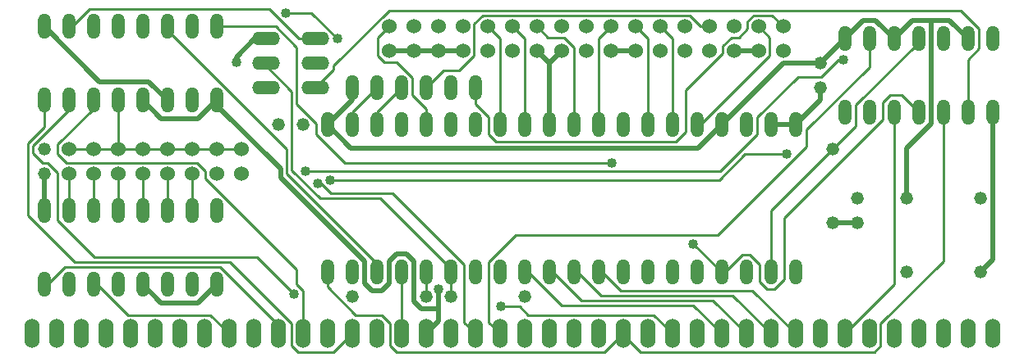
<source format=gbr>
G04 #@! TF.GenerationSoftware,KiCad,Pcbnew,5.1.2*
G04 #@! TF.CreationDate,2020-10-20T15:01:19+02:00*
G04 #@! TF.ProjectId,RC2014 Floppy WD37C65,52433230-3134-4204-966c-6f7070792057,rev?*
G04 #@! TF.SameCoordinates,Original*
G04 #@! TF.FileFunction,Copper,L1,Top*
G04 #@! TF.FilePolarity,Positive*
%FSLAX46Y46*%
G04 Gerber Fmt 4.6, Leading zero omitted, Abs format (unit mm)*
G04 Created by KiCad (PCBNEW 5.1.2) date 2020-10-20 15:01:19*
%MOMM*%
%LPD*%
G04 APERTURE LIST*
%ADD10O,1.524000X3.048000*%
%ADD11C,1.524000*%
%ADD12C,1.320800*%
%ADD13O,1.320800X2.641600*%
%ADD14O,2.844800X1.422400*%
%ADD15C,1.016000*%
%ADD16C,0.508000*%
%ADD17C,0.254000*%
G04 APERTURE END LIST*
D10*
X149301100Y-120873600D03*
X151841100Y-120873600D03*
X154381100Y-120873600D03*
X156921100Y-120873600D03*
X159461100Y-120873600D03*
X162001100Y-120873600D03*
X164541100Y-120873600D03*
X167081100Y-120873600D03*
X169621100Y-120873600D03*
X172161100Y-120873600D03*
X174701100Y-120873600D03*
X177241100Y-120873600D03*
X179781100Y-120873600D03*
X182321100Y-120873600D03*
X184861100Y-120873600D03*
X187401100Y-120873600D03*
X189941100Y-120873600D03*
X192481100Y-120873600D03*
X195021100Y-120873600D03*
X197561100Y-120873600D03*
X103581100Y-120873600D03*
X98501100Y-120873600D03*
X101041100Y-120873600D03*
X106121100Y-120873600D03*
X108661100Y-120873600D03*
X111201100Y-120873600D03*
X113741100Y-120873600D03*
X116281100Y-120873600D03*
X118821100Y-120873600D03*
X121361100Y-120873600D03*
X123901100Y-120873600D03*
X126441100Y-120873600D03*
X128981100Y-120873600D03*
X131521100Y-120873600D03*
X134061100Y-120873600D03*
X136601100Y-120873600D03*
X139141100Y-120873600D03*
X141681100Y-120873600D03*
X144221100Y-120873600D03*
X146761100Y-120873600D03*
D11*
X102311100Y-104363600D03*
X104851100Y-104363600D03*
X102311100Y-101823600D03*
X104851100Y-101823600D03*
X107391100Y-104363600D03*
X109931100Y-104363600D03*
X112471100Y-104363600D03*
X115011100Y-104363600D03*
X117551100Y-104363600D03*
X120091100Y-104363600D03*
X107391100Y-101823600D03*
X109931100Y-101823600D03*
X112471100Y-101823600D03*
X115011100Y-101823600D03*
X117551100Y-101823600D03*
X120091100Y-101823600D03*
D12*
X179781100Y-95473600D03*
X179781100Y-92933600D03*
X99771100Y-101823600D03*
X99771100Y-104363600D03*
D13*
X99771100Y-108173600D03*
X102311100Y-108173600D03*
X104851100Y-108173600D03*
X107391100Y-108173600D03*
X109931100Y-108173600D03*
X112471100Y-108173600D03*
X115011100Y-108173600D03*
X117551100Y-108173600D03*
X109931100Y-115793600D03*
X112471100Y-115793600D03*
X107391100Y-115793600D03*
X104851100Y-115793600D03*
X117551100Y-115793600D03*
X115011100Y-115793600D03*
X102311100Y-115793600D03*
X99771100Y-115793600D03*
D11*
X175971100Y-89123600D03*
X173431100Y-89123600D03*
X170891100Y-89123600D03*
X175971100Y-91663600D03*
X173431100Y-91663600D03*
X170891100Y-91663600D03*
X168351100Y-89123600D03*
X168351100Y-91663600D03*
X165811100Y-89123600D03*
X163271100Y-89123600D03*
X160731100Y-89123600D03*
X158191100Y-89123600D03*
X155651100Y-89123600D03*
X153111100Y-89123600D03*
X165811100Y-91663600D03*
X163271100Y-91663600D03*
X160731100Y-91663600D03*
X158191100Y-91663600D03*
X155651100Y-91663600D03*
X153111100Y-91663600D03*
X150571100Y-89123600D03*
X150571100Y-91663600D03*
X148031100Y-89123600D03*
X145491100Y-89123600D03*
X142951100Y-89123600D03*
X140411100Y-89123600D03*
X137871100Y-89123600D03*
X135331100Y-89123600D03*
X148031100Y-91663600D03*
X145491100Y-91663600D03*
X142951100Y-91663600D03*
X140411100Y-91663600D03*
X137871100Y-91663600D03*
X135331100Y-91663600D03*
D12*
X188671100Y-106903600D03*
X196291100Y-106903600D03*
X196291100Y-114523600D03*
X188671100Y-114523600D03*
X123901100Y-99283600D03*
X126441100Y-99283600D03*
X183591100Y-109443600D03*
X183591100Y-106903600D03*
D13*
X128981100Y-99283600D03*
X131521100Y-99283600D03*
X134061100Y-99283600D03*
X136601100Y-99283600D03*
X139141100Y-99283600D03*
X141681100Y-99283600D03*
X144221100Y-99283600D03*
X146761100Y-99283600D03*
X149301100Y-99283600D03*
X151841100Y-99283600D03*
X154381100Y-99283600D03*
X156921100Y-99283600D03*
X159461100Y-99283600D03*
X162001100Y-99283600D03*
X164541100Y-99283600D03*
X167081100Y-99283600D03*
X169621100Y-99283600D03*
X172161100Y-99283600D03*
X174701100Y-99283600D03*
X177241100Y-99283600D03*
X177241100Y-114523600D03*
X174701100Y-114523600D03*
X172161100Y-114523600D03*
X169621100Y-114523600D03*
X167081100Y-114523600D03*
X164541100Y-114523600D03*
X162001100Y-114523600D03*
X159461100Y-114523600D03*
X156921100Y-114523600D03*
X154381100Y-114523600D03*
X151841100Y-114523600D03*
X149301100Y-114523600D03*
X139141100Y-114523600D03*
X141681100Y-114523600D03*
X136601100Y-114523600D03*
X134061100Y-114523600D03*
X146761100Y-114523600D03*
X144221100Y-114523600D03*
X131521100Y-114523600D03*
X128981100Y-114523600D03*
X99771100Y-89123600D03*
X102311100Y-89123600D03*
X104851100Y-89123600D03*
X107391100Y-89123600D03*
X109931100Y-89123600D03*
X112471100Y-89123600D03*
X115011100Y-89123600D03*
X117551100Y-89123600D03*
X109931100Y-96743600D03*
X112471100Y-96743600D03*
X107391100Y-96743600D03*
X104851100Y-96743600D03*
X117551100Y-96743600D03*
X115011100Y-96743600D03*
X102311100Y-96743600D03*
X99771100Y-96743600D03*
X182321100Y-90393600D03*
X184861100Y-90393600D03*
X187401100Y-90393600D03*
X189941100Y-90393600D03*
X192481100Y-90393600D03*
X195021100Y-90393600D03*
X192481100Y-98013600D03*
X195021100Y-98013600D03*
X189941100Y-98013600D03*
X187401100Y-98013600D03*
X197561100Y-90393600D03*
X197561100Y-98013600D03*
X184861100Y-98013600D03*
X182321100Y-98013600D03*
D12*
X131521100Y-117063600D03*
X139141100Y-117063600D03*
D14*
X127711100Y-90393600D03*
X127711100Y-92933600D03*
X127711100Y-95473600D03*
X122631100Y-90393600D03*
X122631100Y-92933600D03*
X122631100Y-95473600D03*
D12*
X141681100Y-117063600D03*
X149301100Y-117063600D03*
X181051100Y-101823600D03*
X181051100Y-109443600D03*
D13*
X144221100Y-95473600D03*
X141681100Y-95473600D03*
X139141100Y-95473600D03*
X136601100Y-95473600D03*
X134061100Y-95473600D03*
X131521100Y-95473600D03*
D15*
X140411100Y-116301600D03*
X127965100Y-105379600D03*
X119583100Y-92806600D03*
X125552100Y-116809600D03*
X146888100Y-118079600D03*
X129997100Y-90393600D03*
X124663100Y-87726600D03*
X158318100Y-103220600D03*
X166700100Y-111602600D03*
X176352100Y-102331600D03*
X129235100Y-104998600D03*
X182194100Y-92552600D03*
X126695100Y-104109600D03*
D16*
X137871100Y-91663600D02*
X135331100Y-91663600D01*
X137871100Y-91663600D02*
X140411100Y-91663600D01*
X140411100Y-91663600D02*
X142951100Y-91663600D01*
X177241100Y-99283600D02*
X174701100Y-99283600D01*
X179781100Y-96743600D02*
X179781100Y-95473600D01*
X177241100Y-99283600D02*
X179781100Y-96743600D01*
X151841100Y-92933600D02*
X151841100Y-99283600D01*
X150571100Y-91663600D02*
X151841100Y-92933600D01*
X151841100Y-92933600D02*
X153111100Y-91663600D01*
X158191100Y-91663600D02*
X160731100Y-91663600D01*
X170891100Y-91663600D02*
X173431100Y-91663600D01*
X111836100Y-117698600D02*
X109931100Y-115793600D01*
X115646100Y-117698600D02*
X111836100Y-117698600D01*
X117551100Y-115793600D02*
X115646100Y-117698600D01*
X115646100Y-98648600D02*
X117551100Y-96743600D01*
X111836100Y-98648600D02*
X115646100Y-98648600D01*
X109931100Y-96743600D02*
X111836100Y-98648600D01*
X140411100Y-119603600D02*
X140411100Y-118333600D01*
X140411100Y-118333600D02*
X140411100Y-116301600D01*
X139141100Y-120873600D02*
X140411100Y-119603600D01*
X183591100Y-109443600D02*
X181051100Y-109443600D01*
X197561100Y-113253600D02*
X197561100Y-98013600D01*
X196291100Y-114523600D02*
X197561100Y-113253600D01*
X124155100Y-103855600D02*
X117424100Y-97124600D01*
X124155100Y-104744600D02*
X124155100Y-103855600D01*
X132791100Y-113380600D02*
X124155100Y-104744600D01*
X132791100Y-115666600D02*
X132791100Y-113380600D01*
X133553100Y-116428600D02*
X132791100Y-115666600D01*
X134569100Y-116428600D02*
X133553100Y-116428600D01*
X135331100Y-115666600D02*
X134569100Y-116428600D01*
X135331100Y-113380600D02*
X135331100Y-115666600D01*
X136093100Y-112618600D02*
X135331100Y-113380600D01*
X137109100Y-112618600D02*
X136093100Y-112618600D01*
X137871100Y-113380600D02*
X137109100Y-112618600D01*
X137871100Y-117571600D02*
X137871100Y-113380600D01*
X138633100Y-118333600D02*
X137871100Y-117571600D01*
X140411100Y-118333600D02*
X138633100Y-118333600D01*
X117424100Y-97124600D02*
X117551100Y-96743600D01*
D17*
X128346100Y-105379600D02*
X127965100Y-105379600D01*
X129362100Y-106395600D02*
X128346100Y-105379600D01*
X135712100Y-106395600D02*
X129362100Y-106395600D01*
X143078100Y-113761600D02*
X135712100Y-106395600D01*
X143078100Y-119730600D02*
X143078100Y-113761600D01*
X144221100Y-120873600D02*
X143078100Y-119730600D01*
X100152100Y-115793600D02*
X99771100Y-115793600D01*
X101930100Y-114015600D02*
X100152100Y-115793600D01*
X117932100Y-114015600D02*
X101930100Y-114015600D01*
X123901100Y-119984600D02*
X117932100Y-114015600D01*
X123901100Y-120873600D02*
X123901100Y-119984600D01*
X105232100Y-115793600D02*
X104851100Y-115793600D01*
X108407100Y-118968600D02*
X105232100Y-115793600D01*
X116916100Y-118968600D02*
X108407100Y-118968600D01*
X118821100Y-120873600D02*
X116916100Y-118968600D01*
X136601100Y-120873600D02*
X136601100Y-114523600D01*
X102311100Y-104363600D02*
X102311100Y-108173600D01*
X104851100Y-104363600D02*
X104851100Y-108173600D01*
X107391100Y-104363600D02*
X107391100Y-108173600D01*
X109931100Y-104363600D02*
X109931100Y-108173600D01*
X112471100Y-104363600D02*
X112471100Y-108173600D01*
X115011100Y-104363600D02*
X115011100Y-108173600D01*
D16*
X175971100Y-92933600D02*
X169621100Y-99283600D01*
X179781100Y-92933600D02*
X175971100Y-92933600D01*
X179781100Y-92933600D02*
X182321100Y-90393600D01*
X185496100Y-88488600D02*
X187401100Y-90393600D01*
X184226100Y-88488600D02*
X185496100Y-88488600D01*
X182321100Y-90393600D02*
X184226100Y-88488600D01*
X193116100Y-88488600D02*
X195021100Y-90393600D01*
X189306100Y-88488600D02*
X191211100Y-88488600D01*
X191211100Y-88488600D02*
X193116100Y-88488600D01*
X187401100Y-90393600D02*
X189306100Y-88488600D01*
X188671100Y-101696600D02*
X188671100Y-106903600D01*
X191211100Y-99156600D02*
X188671100Y-101696600D01*
X191211100Y-88488600D02*
X191211100Y-99156600D01*
X131521100Y-96743600D02*
X131521100Y-95473600D01*
X128981100Y-99283600D02*
X131521100Y-96743600D01*
X99771100Y-104363600D02*
X99771100Y-108173600D01*
X105486100Y-94838600D02*
X99771100Y-89123600D01*
X110566100Y-94838600D02*
X105486100Y-94838600D01*
X112471100Y-96743600D02*
X110566100Y-94838600D01*
X119583100Y-92298600D02*
X119583100Y-92806600D01*
X121488100Y-90393600D02*
X119583100Y-92298600D01*
X122631100Y-90393600D02*
X121488100Y-90393600D01*
X167208100Y-101696600D02*
X169621100Y-99283600D01*
X131394100Y-101696600D02*
X167208100Y-101696600D01*
X128981100Y-99283600D02*
X131394100Y-101696600D01*
D17*
X104851100Y-97632600D02*
X104851100Y-96743600D01*
X101168100Y-101315600D02*
X104851100Y-97632600D01*
X101168100Y-102331600D02*
X101168100Y-101315600D01*
X102057100Y-103220600D02*
X101168100Y-102331600D01*
X115519100Y-103220600D02*
X102057100Y-103220600D01*
X116408100Y-104109600D02*
X115519100Y-103220600D01*
X116408100Y-104871600D02*
X116408100Y-104109600D01*
X125806100Y-114269600D02*
X116408100Y-104871600D01*
X125806100Y-115793600D02*
X125806100Y-114269600D01*
X126441100Y-116428600D02*
X125806100Y-115793600D01*
X126441100Y-120873600D02*
X126441100Y-116428600D01*
X128981100Y-116047600D02*
X128981100Y-114523600D01*
X131902100Y-118968600D02*
X128981100Y-116047600D01*
X134569100Y-118968600D02*
X131902100Y-118968600D01*
X135458100Y-119857600D02*
X134569100Y-118968600D01*
X135458100Y-122143600D02*
X135458100Y-119857600D01*
X136093100Y-122778600D02*
X135458100Y-122143600D01*
X157556100Y-122778600D02*
X136093100Y-122778600D01*
X159461100Y-120873600D02*
X157556100Y-122778600D01*
X192481100Y-113380600D02*
X192481100Y-98013600D01*
X186004100Y-119857600D02*
X192481100Y-113380600D01*
X186004100Y-122143600D02*
X186004100Y-119857600D01*
X185369100Y-122778600D02*
X186004100Y-122143600D01*
X161239100Y-122778600D02*
X185369100Y-122778600D01*
X159461100Y-121000600D02*
X161239100Y-122778600D01*
X159461100Y-121000600D02*
X159461100Y-120873600D01*
X104851100Y-101823600D02*
X102311100Y-101823600D01*
X107391100Y-101823600D02*
X107391100Y-96743600D01*
X107391100Y-101823600D02*
X109931100Y-101823600D01*
X109931100Y-101823600D02*
X112471100Y-101823600D01*
X112471100Y-101823600D02*
X115011100Y-101823600D01*
X115011100Y-101823600D02*
X117551100Y-101823600D01*
X117551100Y-101823600D02*
X120091100Y-101823600D01*
X107391100Y-101823600D02*
X104851100Y-101823600D01*
X102311100Y-97759600D02*
X102311100Y-96743600D01*
X98628100Y-101442600D02*
X102311100Y-97759600D01*
X98628100Y-102204600D02*
X98628100Y-101442600D01*
X99644100Y-103220600D02*
X98628100Y-102204600D01*
X100152100Y-103220600D02*
X99644100Y-103220600D01*
X101168100Y-104236600D02*
X100152100Y-103220600D01*
X101168100Y-109189600D02*
X101168100Y-104236600D01*
X104978100Y-112999600D02*
X101168100Y-109189600D01*
X121742100Y-112999600D02*
X104978100Y-112999600D01*
X125552100Y-116809600D02*
X121742100Y-112999600D01*
X99771100Y-99537600D02*
X99771100Y-96743600D01*
X98120100Y-101188600D02*
X99771100Y-99537600D01*
X98120100Y-108681600D02*
X98120100Y-101188600D01*
X102946100Y-113507600D02*
X98120100Y-108681600D01*
X118948100Y-113507600D02*
X102946100Y-113507600D01*
X125298100Y-119857600D02*
X118948100Y-113507600D01*
X125298100Y-122143600D02*
X125298100Y-119857600D01*
X125933100Y-122778600D02*
X125298100Y-122143600D01*
X129616100Y-122778600D02*
X125933100Y-122778600D01*
X131521100Y-120873600D02*
X129616100Y-122778600D01*
X148793100Y-118079600D02*
X146888100Y-118079600D01*
X149682100Y-118968600D02*
X148793100Y-118079600D01*
X162636100Y-118968600D02*
X149682100Y-118968600D01*
X164541100Y-120873600D02*
X162636100Y-118968600D01*
X149682100Y-114523600D02*
X149301100Y-114523600D01*
X153111100Y-117952600D02*
X149682100Y-114523600D01*
X166700100Y-117952600D02*
X153111100Y-117952600D01*
X169621100Y-120873600D02*
X166700100Y-117952600D01*
X152222100Y-114523600D02*
X151841100Y-114523600D01*
X155143100Y-117444600D02*
X152222100Y-114523600D01*
X168732100Y-117444600D02*
X155143100Y-117444600D01*
X172161100Y-120873600D02*
X168732100Y-117444600D01*
X154762100Y-114523600D02*
X154381100Y-114523600D01*
X157175100Y-116936600D02*
X154762100Y-114523600D01*
X170764100Y-116936600D02*
X157175100Y-116936600D01*
X174701100Y-120873600D02*
X170764100Y-116936600D01*
X157302100Y-114523600D02*
X156921100Y-114523600D01*
X159207100Y-116428600D02*
X157302100Y-114523600D01*
X172796100Y-116428600D02*
X159207100Y-116428600D01*
X177241100Y-120873600D02*
X172796100Y-116428600D01*
X162001100Y-90393600D02*
X162001100Y-99283600D01*
X160731100Y-89123600D02*
X162001100Y-90393600D01*
X164541100Y-90393600D02*
X164541100Y-99283600D01*
X163271100Y-89123600D02*
X164541100Y-90393600D01*
X156921100Y-90393600D02*
X156921100Y-99283600D01*
X158191100Y-89123600D02*
X156921100Y-90393600D01*
X167462100Y-99283600D02*
X167081100Y-99283600D01*
X174574100Y-92171600D02*
X167462100Y-99283600D01*
X174574100Y-90266600D02*
X174574100Y-92171600D01*
X173431100Y-89123600D02*
X174574100Y-90266600D01*
X154381100Y-91282600D02*
X154381100Y-99283600D01*
X153365100Y-90266600D02*
X154381100Y-91282600D01*
X151714100Y-90266600D02*
X153365100Y-90266600D01*
X150571100Y-89123600D02*
X151714100Y-90266600D01*
X149301100Y-90393600D02*
X149301100Y-99283600D01*
X148031100Y-89123600D02*
X149301100Y-90393600D01*
X146761100Y-90393600D02*
X146761100Y-99283600D01*
X145491100Y-89123600D02*
X146761100Y-90393600D01*
X167462100Y-89123600D02*
X168351100Y-89123600D01*
X166319100Y-87980600D02*
X167462100Y-89123600D01*
X144983100Y-87980600D02*
X166319100Y-87980600D01*
X144094100Y-88869600D02*
X144983100Y-87980600D01*
X144094100Y-92171600D02*
X144094100Y-88869600D01*
X142570100Y-93695600D02*
X144094100Y-92171600D01*
X140919100Y-93695600D02*
X142570100Y-93695600D01*
X139141100Y-95473600D02*
X140919100Y-93695600D01*
X134061100Y-98013600D02*
X134061100Y-99283600D01*
X136601100Y-95473600D02*
X134061100Y-98013600D01*
X131521100Y-98013600D02*
X131521100Y-99283600D01*
X134061100Y-95473600D02*
X131521100Y-98013600D01*
X139141100Y-97632600D02*
X139141100Y-99283600D01*
X137744100Y-96235600D02*
X139141100Y-97632600D01*
X137744100Y-94457600D02*
X137744100Y-96235600D01*
X136093100Y-92806600D02*
X137744100Y-94457600D01*
X134823100Y-92806600D02*
X136093100Y-92806600D01*
X134188100Y-92171600D02*
X134823100Y-92806600D01*
X134188100Y-90266600D02*
X134188100Y-92171600D01*
X135331100Y-89123600D02*
X134188100Y-90266600D01*
X127330100Y-87726600D02*
X129997100Y-90393600D01*
X124663100Y-87726600D02*
X127330100Y-87726600D01*
X112471100Y-89504600D02*
X112471100Y-89123600D01*
X124790100Y-101823600D02*
X112471100Y-89504600D01*
X124790100Y-104363600D02*
X124790100Y-101823600D01*
X134061100Y-113634600D02*
X124790100Y-104363600D01*
X134061100Y-114523600D02*
X134061100Y-113634600D01*
X170002100Y-114523600D02*
X169621100Y-114523600D01*
X171780100Y-112745600D02*
X170002100Y-114523600D01*
X172542100Y-112745600D02*
X171780100Y-112745600D01*
X173558100Y-113761600D02*
X172542100Y-112745600D01*
X173558100Y-115539600D02*
X173558100Y-113761600D01*
X174320100Y-116301600D02*
X173558100Y-115539600D01*
X175082100Y-116301600D02*
X174320100Y-116301600D01*
X176098100Y-115285600D02*
X175082100Y-116301600D01*
X176098100Y-108935600D02*
X176098100Y-115285600D01*
X186258100Y-98775600D02*
X176098100Y-108935600D01*
X186258100Y-96997600D02*
X186258100Y-98775600D01*
X187020100Y-96235600D02*
X186258100Y-96997600D01*
X188163100Y-96235600D02*
X187020100Y-96235600D01*
X189941100Y-98013600D02*
X188163100Y-96235600D01*
X123647100Y-89123600D02*
X117551100Y-89123600D01*
X125806100Y-91282600D02*
X123647100Y-89123600D01*
X125806100Y-97124600D02*
X125806100Y-91282600D01*
X127838100Y-99156600D02*
X125806100Y-97124600D01*
X127838100Y-100299600D02*
X127838100Y-99156600D01*
X130759100Y-103220600D02*
X127838100Y-100299600D01*
X158318100Y-103220600D02*
X130759100Y-103220600D01*
X169621100Y-114523600D02*
X166700100Y-111602600D01*
X174701100Y-108173600D02*
X174701100Y-114523600D01*
X181051100Y-101823600D02*
X174701100Y-108173600D01*
X189941100Y-90774600D02*
X189941100Y-90393600D01*
X183464100Y-97251600D02*
X189941100Y-90774600D01*
X183464100Y-99410600D02*
X183464100Y-97251600D01*
X181051100Y-101823600D02*
X183464100Y-99410600D01*
X187401100Y-115793600D02*
X187401100Y-98013600D01*
X182321100Y-120873600D02*
X187401100Y-115793600D01*
X144221100Y-97124600D02*
X144221100Y-95473600D01*
X145618100Y-98521600D02*
X144221100Y-97124600D01*
X145618100Y-100299600D02*
X145618100Y-98521600D01*
X146380100Y-101061600D02*
X145618100Y-100299600D01*
X164922100Y-101061600D02*
X146380100Y-101061600D01*
X165938100Y-100045600D02*
X164922100Y-101061600D01*
X165938100Y-95727600D02*
X165938100Y-100045600D01*
X169748100Y-91917600D02*
X165938100Y-95727600D01*
X169748100Y-91155600D02*
X169748100Y-91917600D01*
X170637100Y-90266600D02*
X169748100Y-91155600D01*
X171399100Y-90266600D02*
X170637100Y-90266600D01*
X172288100Y-89377600D02*
X171399100Y-90266600D01*
X172288100Y-88615600D02*
X172288100Y-89377600D01*
X172923100Y-87980600D02*
X172288100Y-88615600D01*
X174828100Y-87980600D02*
X172923100Y-87980600D01*
X175971100Y-89123600D02*
X174828100Y-87980600D01*
X139141100Y-114523600D02*
X139141100Y-117063600D01*
X141681100Y-114523600D02*
X141681100Y-117063600D01*
X122631100Y-93187600D02*
X122631100Y-92933600D01*
X125298100Y-95854600D02*
X122631100Y-93187600D01*
X125298100Y-103982600D02*
X125298100Y-95854600D01*
X128219100Y-106903600D02*
X125298100Y-103982600D01*
X134442100Y-106903600D02*
X128219100Y-106903600D01*
X141681100Y-114142600D02*
X134442100Y-106903600D01*
X141681100Y-114523600D02*
X141681100Y-114142600D01*
X102692100Y-89123600D02*
X102311100Y-89123600D01*
X104470100Y-87345600D02*
X102692100Y-89123600D01*
X123012100Y-87345600D02*
X104470100Y-87345600D01*
X126060100Y-90393600D02*
X123012100Y-87345600D01*
X127711100Y-90393600D02*
X126060100Y-90393600D01*
X195021100Y-92552600D02*
X195021100Y-98013600D01*
X196164100Y-91409600D02*
X195021100Y-92552600D01*
X196164100Y-89377600D02*
X196164100Y-91409600D01*
X194259100Y-87472600D02*
X196164100Y-89377600D01*
X135331100Y-87472600D02*
X194259100Y-87472600D01*
X129616100Y-93187600D02*
X135331100Y-87472600D01*
X129616100Y-93568600D02*
X129616100Y-93187600D01*
X127711100Y-95473600D02*
X129616100Y-93568600D01*
X172034100Y-102331600D02*
X176352100Y-102331600D01*
X169367100Y-104998600D02*
X172034100Y-102331600D01*
X129235100Y-104998600D02*
X169367100Y-104998600D01*
X181686100Y-92552600D02*
X182194100Y-92552600D01*
X179908100Y-94330600D02*
X181686100Y-92552600D01*
X177495100Y-94330600D02*
X179908100Y-94330600D01*
X173304100Y-98521600D02*
X177495100Y-94330600D01*
X173304100Y-100299600D02*
X173304100Y-98521600D01*
X169494100Y-104109600D02*
X173304100Y-100299600D01*
X126695100Y-104109600D02*
X169494100Y-104109600D01*
X184861100Y-93314600D02*
X184861100Y-90393600D01*
X178384100Y-99791600D02*
X184861100Y-93314600D01*
X178384100Y-101569600D02*
X178384100Y-99791600D01*
X169240100Y-110713600D02*
X178384100Y-101569600D01*
X148412100Y-110713600D02*
X169240100Y-110713600D01*
X145618100Y-113507600D02*
X148412100Y-110713600D01*
X145618100Y-119730600D02*
X145618100Y-113507600D01*
X146761100Y-120873600D02*
X145618100Y-119730600D01*
M02*

</source>
